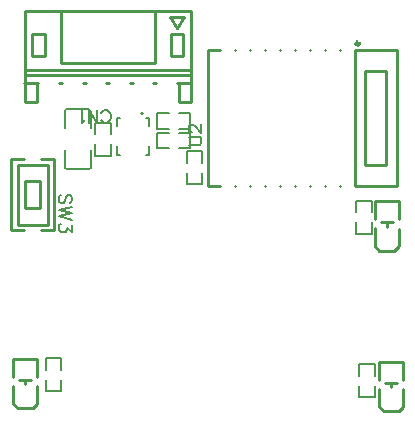
<source format=gto>
G04 Layer: TopSilkscreenLayer*
G04 EasyEDA v6.5.40, 2024-06-15 16:39:10*
G04 e63031535b224d068feaf967c7116de5,10*
G04 Gerber Generator version 0.2*
G04 Scale: 100 percent, Rotated: No, Reflected: No *
G04 Dimensions in millimeters *
G04 leading zeros omitted , absolute positions ,4 integer and 5 decimal *
%FSLAX45Y45*%
%MOMM*%

%ADD10C,0.1524*%
%ADD11C,0.2540*%
%ADD12C,0.3000*%
%ADD13C,0.1500*%

%LPD*%
D10*
X8342122Y6933692D02*
G01*
X8347456Y6923278D01*
X8357870Y6912863D01*
X8368029Y6907784D01*
X8388858Y6907784D01*
X8399272Y6912863D01*
X8409686Y6923278D01*
X8415020Y6933692D01*
X8420100Y6949439D01*
X8420100Y6975347D01*
X8415020Y6990842D01*
X8409686Y7001255D01*
X8399272Y7011670D01*
X8388858Y7016750D01*
X8368029Y7016750D01*
X8357870Y7011670D01*
X8347456Y7001255D01*
X8342122Y6990842D01*
X8307831Y6907784D02*
G01*
X8307831Y7016750D01*
X8307831Y6907784D02*
G01*
X8235188Y7016750D01*
X8235188Y6907784D02*
G01*
X8235188Y7016750D01*
X8200897Y6928612D02*
G01*
X8190484Y6923278D01*
X8174990Y6907784D01*
X8174990Y7016750D01*
X9079484Y6718300D02*
G01*
X9157461Y6718300D01*
X9172956Y6723379D01*
X9183370Y6733794D01*
X9188450Y6749542D01*
X9188450Y6759955D01*
X9183370Y6775450D01*
X9172956Y6785863D01*
X9157461Y6790944D01*
X9079484Y6790944D01*
X9105391Y6830568D02*
G01*
X9100311Y6830568D01*
X9089897Y6835647D01*
X9084563Y6840981D01*
X9079484Y6851395D01*
X9079484Y6871970D01*
X9084563Y6882384D01*
X9089897Y6887718D01*
X9100311Y6892797D01*
X9110725Y6892797D01*
X9121140Y6887718D01*
X9136634Y6877304D01*
X9188450Y6825234D01*
X9188450Y6898131D01*
X8075422Y6226555D02*
G01*
X8085836Y6236970D01*
X8090915Y6252463D01*
X8090915Y6273292D01*
X8085836Y6288786D01*
X8075422Y6299200D01*
X8065008Y6299200D01*
X8054593Y6294120D01*
X8049259Y6288786D01*
X8044179Y6278371D01*
X8033765Y6247129D01*
X8028686Y6236970D01*
X8023352Y6231636D01*
X8012938Y6226555D01*
X7997443Y6226555D01*
X7987029Y6236970D01*
X7981950Y6252463D01*
X7981950Y6273292D01*
X7987029Y6288786D01*
X7997443Y6299200D01*
X8090915Y6192265D02*
G01*
X7981950Y6166104D01*
X8090915Y6140195D02*
G01*
X7981950Y6166104D01*
X8090915Y6140195D02*
G01*
X7981950Y6114287D01*
X8090915Y6088379D02*
G01*
X7981950Y6114287D01*
X8090915Y6043676D02*
G01*
X8090915Y5986526D01*
X8049259Y6017513D01*
X8049259Y6002020D01*
X8044179Y5991605D01*
X8039100Y5986526D01*
X8023352Y5981192D01*
X8012938Y5981192D01*
X7997443Y5986526D01*
X7987029Y5996939D01*
X7981950Y6012434D01*
X7981950Y6027928D01*
X7987029Y6043676D01*
X7992109Y6048755D01*
X8002524Y6054089D01*
X8031439Y7010219D02*
G01*
X8031439Y6861721D01*
X8249960Y6861721D02*
G01*
X8249960Y7010219D01*
X8234720Y7025459D02*
G01*
X8046679Y7025459D01*
X8031439Y6527980D02*
G01*
X8031439Y6676478D01*
X8249960Y6676478D02*
G01*
X8249960Y6527980D01*
X8234720Y6512740D02*
G01*
X8046679Y6512740D01*
D11*
X8007416Y7240861D02*
G01*
X7982414Y7240861D01*
X8607414Y7240861D02*
G01*
X8582413Y7240861D01*
X8207410Y7240861D02*
G01*
X8182409Y7240861D01*
X8407412Y7240861D02*
G01*
X8382411Y7240861D01*
X8807416Y7240861D02*
G01*
X8782415Y7240861D01*
X7807416Y7240861D02*
G01*
X7689771Y7240861D01*
X9100060Y7240861D02*
G01*
X8982415Y7240861D01*
X7996392Y7850858D02*
G01*
X7996392Y7416391D01*
X7755044Y7470185D02*
G01*
X7863674Y7470185D01*
X7863674Y7662931D01*
X7755044Y7662931D01*
X7755044Y7470185D01*
X7691158Y7080864D02*
G01*
X7795773Y7080864D01*
X7795773Y7080864D02*
G01*
X7795773Y7240861D01*
X7691158Y7080864D02*
G01*
X7691158Y7850858D01*
X9100060Y7355161D02*
G01*
X7691158Y7355161D01*
X9100060Y7309967D02*
G01*
X7691158Y7309967D01*
X8794831Y7850858D02*
G01*
X8794831Y7416391D01*
X7996392Y7416391D01*
X8922326Y7802308D02*
G01*
X8981864Y7708181D01*
X9041401Y7802308D01*
X8922326Y7802308D01*
X9036174Y7470185D02*
G01*
X8927548Y7470185D01*
X8927548Y7662931D01*
X9036174Y7662931D01*
X9036174Y7470185D01*
X9100060Y7850858D02*
G01*
X7691158Y7850858D01*
X9100060Y7080864D02*
G01*
X8995450Y7080864D01*
X8995450Y7080864D02*
G01*
X8995450Y7240861D01*
X9100060Y7080864D02*
G01*
X9100060Y7850858D01*
X7797927Y4756022D02*
G01*
X7797927Y4910962D01*
X7594727Y4910962D01*
X7594727Y4756022D01*
X7800466Y4677282D02*
G01*
X7800466Y4529962D01*
X7759827Y4489322D01*
X7632827Y4489322D01*
X7594727Y4527422D01*
X7594727Y4679822D01*
X7646200Y4731699D02*
G01*
X7746225Y4731699D01*
X7696200Y4721707D02*
G01*
X7696200Y4694809D01*
X10896727Y4730622D02*
G01*
X10896727Y4885562D01*
X10693527Y4885562D01*
X10693527Y4730622D01*
X10899266Y4651882D02*
G01*
X10899266Y4504562D01*
X10858627Y4463922D01*
X10731627Y4463922D01*
X10693527Y4502022D01*
X10693527Y4654422D01*
X10745000Y4706299D02*
G01*
X10845025Y4706299D01*
X10795000Y4696307D02*
G01*
X10795000Y4669409D01*
X10858627Y6089522D02*
G01*
X10858627Y6244462D01*
X10655427Y6244462D01*
X10655427Y6089522D01*
X10861166Y6010782D02*
G01*
X10861166Y5863462D01*
X10820527Y5822822D01*
X10693527Y5822822D01*
X10655427Y5860922D01*
X10655427Y6013322D01*
X10706900Y6065199D02*
G01*
X10806925Y6065199D01*
X10756900Y6055207D02*
G01*
X10756900Y6028309D01*
D10*
X10632460Y6151321D02*
G01*
X10632460Y6247208D01*
X10500339Y6247208D01*
X10500339Y6151321D01*
X10632460Y6066078D02*
G01*
X10632460Y5970191D01*
X10500339Y5970191D01*
X10500339Y6066078D01*
X10657860Y4767021D02*
G01*
X10657860Y4862908D01*
X10525739Y4862908D01*
X10525739Y4767021D01*
X10657860Y4681778D02*
G01*
X10657860Y4585891D01*
X10525739Y4585891D01*
X10525739Y4681778D01*
X8996121Y6690339D02*
G01*
X9092008Y6690339D01*
X9092008Y6822460D01*
X8996121Y6822460D01*
X8910878Y6690339D02*
G01*
X8814991Y6690339D01*
X8814991Y6822460D01*
X8910878Y6822460D01*
X8996121Y6855439D02*
G01*
X9092008Y6855439D01*
X9092008Y6987560D01*
X8996121Y6987560D01*
X8910878Y6855439D02*
G01*
X8814991Y6855439D01*
X8814991Y6987560D01*
X8910878Y6987560D01*
X9197360Y6570421D02*
G01*
X9197360Y6666308D01*
X9065239Y6666308D01*
X9065239Y6570421D01*
X9197360Y6485178D02*
G01*
X9197360Y6389291D01*
X9065239Y6389291D01*
X9065239Y6485178D01*
X8422660Y6811721D02*
G01*
X8422660Y6907608D01*
X8290539Y6907608D01*
X8290539Y6811721D01*
X8422660Y6726478D02*
G01*
X8422660Y6630591D01*
X8290539Y6630591D01*
X8290539Y6726478D01*
D11*
X7939702Y6599201D02*
G01*
X7939702Y5999200D01*
X7579697Y5999200D02*
G01*
X7579697Y6599201D01*
X7939702Y6599201D02*
G01*
X7832813Y6599201D01*
X7686586Y6599201D02*
G01*
X7579697Y6599201D01*
X7939702Y5999200D02*
G01*
X7832813Y5999200D01*
X7686586Y5999200D02*
G01*
X7579697Y5999200D01*
X7886700Y6553200D02*
G01*
X7886700Y6045200D01*
X7632700Y6045200D01*
X7632700Y6553200D01*
X7886700Y6553200D01*
X7823200Y6413500D02*
G01*
X7823200Y6184900D01*
X7696200Y6184900D01*
X7696200Y6413500D01*
X7823200Y6413500D01*
X10489821Y6371897D02*
G01*
X10489821Y7521892D01*
X10489821Y7521892D02*
G01*
X10840707Y7521892D01*
X10362821Y7521892D02*
G01*
X10363588Y7521892D01*
X10235821Y7521892D02*
G01*
X10236588Y7521892D01*
X10108821Y7521892D02*
G01*
X10109588Y7521892D01*
X9981821Y7521892D02*
G01*
X9982588Y7521892D01*
X9854821Y7521892D02*
G01*
X9855588Y7521892D01*
X9727821Y7521892D02*
G01*
X9728588Y7521892D01*
X9600821Y7521892D02*
G01*
X9601588Y7521892D01*
X9473821Y7521892D02*
G01*
X9474588Y7521892D01*
X9240705Y7521892D02*
G01*
X9347588Y7521892D01*
X9347588Y6371897D02*
G01*
X9240705Y6371897D01*
X9474588Y6371897D02*
G01*
X9473821Y6371897D01*
X9601588Y6371897D02*
G01*
X9600821Y6371897D01*
X9728588Y6371897D02*
G01*
X9727821Y6371897D01*
X9855588Y6371897D02*
G01*
X9854821Y6371897D01*
X9982588Y6371897D02*
G01*
X9981821Y6371897D01*
X10109588Y6371897D02*
G01*
X10108821Y6371897D01*
X10236588Y6371897D02*
G01*
X10235821Y6371897D01*
X10363588Y6371897D02*
G01*
X10362821Y6371897D01*
X10840707Y6371897D02*
G01*
X10489821Y6371897D01*
X10840707Y7521892D02*
G01*
X10840707Y6371897D01*
X9240705Y7521892D02*
G01*
X9240705Y6371897D01*
X10570692Y6546900D02*
G01*
X10570692Y7346899D01*
X10748695Y7346899D01*
X10748695Y6546900D01*
X10570692Y6546900D01*
D10*
X8743221Y6711462D02*
G01*
X8743221Y6636893D01*
X8718649Y6636893D01*
X8477978Y6711462D02*
G01*
X8477978Y6636893D01*
X8502550Y6636893D01*
X8743221Y6877563D02*
G01*
X8743221Y6952132D01*
X8718649Y6952132D01*
X8477978Y6877563D02*
G01*
X8477978Y6952132D01*
X8502550Y6952132D01*
X8003560Y4817821D02*
G01*
X8003560Y4913708D01*
X7871439Y4913708D01*
X7871439Y4817821D01*
X8003560Y4732578D02*
G01*
X8003560Y4636691D01*
X7871439Y4636691D01*
X7871439Y4732578D01*
G75*
G01*
X8249961Y7010220D02*
G03*
X8234721Y7025460I-15240J0D01*
G75*
G01*
X8046679Y7025460D02*
G03*
X8031439Y7010220I0J-15240D01*
G75*
G01*
X8249961Y6527980D02*
G02*
X8234721Y6512740I-15240J0D01*
G75*
G01*
X8046679Y6512740D02*
G02*
X8031439Y6527980I0J15240D01*
D12*
G75*
G01
X10526700Y7578395D02*
G03X10526700Y7578395I-15011J0D01*
D13*
G75*
G01
X8694293Y6985000D02*
G03X8694293Y6985000I-7493J0D01*
M02*

</source>
